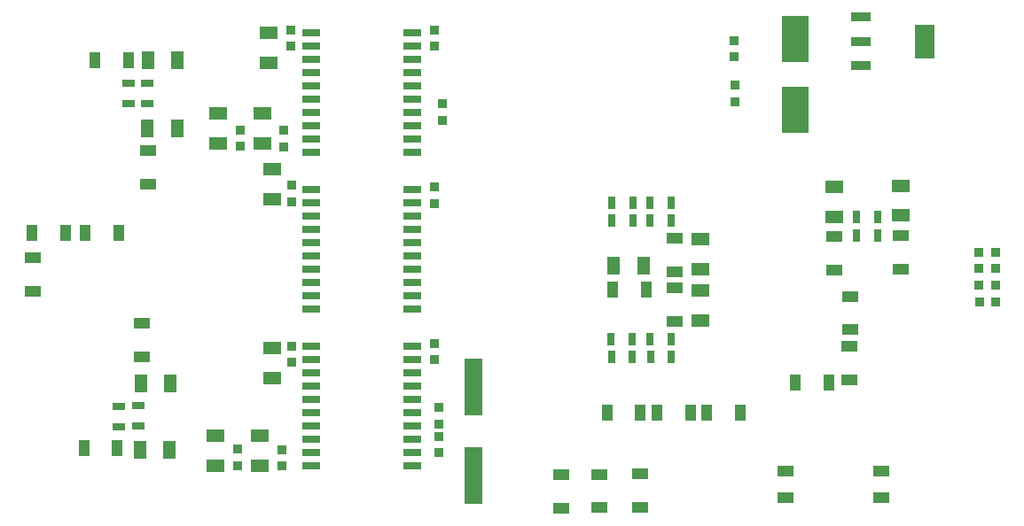
<source format=gbr>
%TF.GenerationSoftware,Altium Limited,Altium Designer,21.6.4 (81)*%
G04 Layer_Color=8421504*
%FSLAX43Y43*%
%MOMM*%
%TF.SameCoordinates,F87848A5-9C76-4C60-8026-6C1C3CCCB256*%
%TF.FilePolarity,Positive*%
%TF.FileFunction,Paste,Top*%
%TF.Part,Single*%
G01*
G75*
%TA.AperFunction,SMDPad,CuDef*%
%ADD10R,1.300X1.800*%
%ADD11R,1.000X1.600*%
%ADD12R,0.850X0.900*%
%ADD13R,1.600X1.000*%
%ADD14R,0.800X1.250*%
%ADD15R,2.500X4.450*%
%ADD16R,0.900X0.850*%
%ADD17R,1.900X0.950*%
%ADD18R,1.900X3.250*%
%ADD19R,1.800X1.300*%
%ADD20R,1.250X0.800*%
%ADD21R,1.800X0.800*%
%ADD22R,1.800X5.500*%
D10*
X16738Y14663D02*
D03*
X13888D02*
D03*
X17413Y45534D02*
D03*
X14563D02*
D03*
X17341Y39021D02*
D03*
X14491D02*
D03*
X59068Y25944D02*
D03*
X61918D02*
D03*
X13786Y8287D02*
D03*
X16636D02*
D03*
D11*
X71145Y11860D02*
D03*
X67945D02*
D03*
X79603Y14732D02*
D03*
X76403D02*
D03*
X8597Y29005D02*
D03*
X11797D02*
D03*
X66406Y11860D02*
D03*
X63206D02*
D03*
X61603Y11871D02*
D03*
X58403D02*
D03*
X3519Y29005D02*
D03*
X6719D02*
D03*
X58938Y23658D02*
D03*
X62138D02*
D03*
X11648Y8433D02*
D03*
X8448D02*
D03*
X9490Y45575D02*
D03*
X12690D02*
D03*
D12*
X93951Y25625D02*
D03*
X95501D02*
D03*
X93944Y24036D02*
D03*
X95494D02*
D03*
X93967Y22454D02*
D03*
X95517D02*
D03*
X93951Y27203D02*
D03*
X95501D02*
D03*
D13*
X3574Y23465D02*
D03*
Y26665D02*
D03*
X84575Y6270D02*
D03*
X75425Y3730D02*
D03*
X84575D02*
D03*
X75425Y6270D02*
D03*
X61603Y2800D02*
D03*
Y6000D02*
D03*
X54045Y5918D02*
D03*
Y2718D02*
D03*
X57717Y5971D02*
D03*
Y2771D02*
D03*
X86470Y28811D02*
D03*
Y25611D02*
D03*
X13958Y20419D02*
D03*
Y17219D02*
D03*
X80095Y28702D02*
D03*
Y25502D02*
D03*
X14563Y36888D02*
D03*
Y33688D02*
D03*
X64902Y28559D02*
D03*
Y25359D02*
D03*
X64871Y20575D02*
D03*
Y23775D02*
D03*
X81596Y15021D02*
D03*
Y18221D02*
D03*
X81621Y19789D02*
D03*
Y22989D02*
D03*
D14*
X64507Y30259D02*
D03*
X62507D02*
D03*
X64549Y17181D02*
D03*
X62549D02*
D03*
X60826D02*
D03*
X58826D02*
D03*
X62498Y18908D02*
D03*
X64498D02*
D03*
X58790D02*
D03*
X60790D02*
D03*
X58884Y31954D02*
D03*
X60884D02*
D03*
X84223Y30581D02*
D03*
X82223D02*
D03*
X82261Y28812D02*
D03*
X84261D02*
D03*
X58884Y30216D02*
D03*
X60884D02*
D03*
X64498Y31954D02*
D03*
X62498D02*
D03*
D15*
X76378Y40790D02*
D03*
Y47590D02*
D03*
D16*
X70587Y47409D02*
D03*
Y45859D02*
D03*
X70663Y41592D02*
D03*
Y43142D02*
D03*
X42360Y10796D02*
D03*
Y12346D02*
D03*
X42697Y41370D02*
D03*
Y39820D02*
D03*
X27349Y6791D02*
D03*
Y8341D02*
D03*
X23133Y6801D02*
D03*
Y8351D02*
D03*
X41961Y16929D02*
D03*
Y18479D02*
D03*
X41891Y31864D02*
D03*
Y33414D02*
D03*
Y46903D02*
D03*
Y48453D02*
D03*
X27568Y38844D02*
D03*
Y37294D02*
D03*
X23377Y38869D02*
D03*
Y37319D02*
D03*
X28309Y33590D02*
D03*
Y32040D02*
D03*
X28194Y48453D02*
D03*
Y46903D02*
D03*
X28267Y18225D02*
D03*
Y16675D02*
D03*
X42360Y8026D02*
D03*
Y9576D02*
D03*
D17*
X82675Y49671D02*
D03*
Y47371D02*
D03*
Y45071D02*
D03*
D18*
X88775Y47371D02*
D03*
D19*
X25241Y9620D02*
D03*
Y6770D02*
D03*
X86470Y30709D02*
D03*
Y33559D02*
D03*
X25477Y40449D02*
D03*
Y37599D02*
D03*
X20999Y6796D02*
D03*
Y9646D02*
D03*
X21269Y40472D02*
D03*
Y37622D02*
D03*
X26416Y35113D02*
D03*
Y32263D02*
D03*
X26122Y48153D02*
D03*
Y45303D02*
D03*
X26399Y18011D02*
D03*
Y15161D02*
D03*
X80095Y30582D02*
D03*
Y33432D02*
D03*
X67341Y28462D02*
D03*
Y25612D02*
D03*
X67309Y20649D02*
D03*
Y23499D02*
D03*
D20*
X13646Y12574D02*
D03*
Y10574D02*
D03*
X11791Y10488D02*
D03*
Y12488D02*
D03*
X12741Y41374D02*
D03*
Y43374D02*
D03*
X14493D02*
D03*
Y41374D02*
D03*
D21*
X39800Y18215D02*
D03*
Y16945D02*
D03*
Y15675D02*
D03*
Y14405D02*
D03*
Y11865D02*
D03*
Y13135D02*
D03*
Y8055D02*
D03*
Y6785D02*
D03*
Y9325D02*
D03*
Y10595D02*
D03*
X30200Y18215D02*
D03*
Y16945D02*
D03*
Y15675D02*
D03*
Y14405D02*
D03*
Y11865D02*
D03*
Y13135D02*
D03*
Y8055D02*
D03*
Y6785D02*
D03*
Y9325D02*
D03*
Y10595D02*
D03*
X39800Y48215D02*
D03*
Y46945D02*
D03*
Y45675D02*
D03*
Y44405D02*
D03*
Y41865D02*
D03*
Y43135D02*
D03*
Y38055D02*
D03*
Y36785D02*
D03*
Y39325D02*
D03*
Y40595D02*
D03*
X30200Y48215D02*
D03*
Y46945D02*
D03*
Y45675D02*
D03*
Y44405D02*
D03*
Y41865D02*
D03*
Y43135D02*
D03*
Y38055D02*
D03*
Y36785D02*
D03*
Y39325D02*
D03*
Y40595D02*
D03*
Y25595D02*
D03*
Y24325D02*
D03*
Y21785D02*
D03*
Y23055D02*
D03*
Y28135D02*
D03*
Y26865D02*
D03*
Y29405D02*
D03*
Y30675D02*
D03*
Y31945D02*
D03*
Y33215D02*
D03*
X39800Y25595D02*
D03*
Y24325D02*
D03*
Y21785D02*
D03*
Y23055D02*
D03*
Y28135D02*
D03*
Y26865D02*
D03*
Y29405D02*
D03*
Y30675D02*
D03*
Y31945D02*
D03*
Y33215D02*
D03*
D22*
X45644Y14321D02*
D03*
X45644Y5821D02*
D03*
%TF.MD5,d32ed463799016855919e68ff2fbae26*%
M02*

</source>
